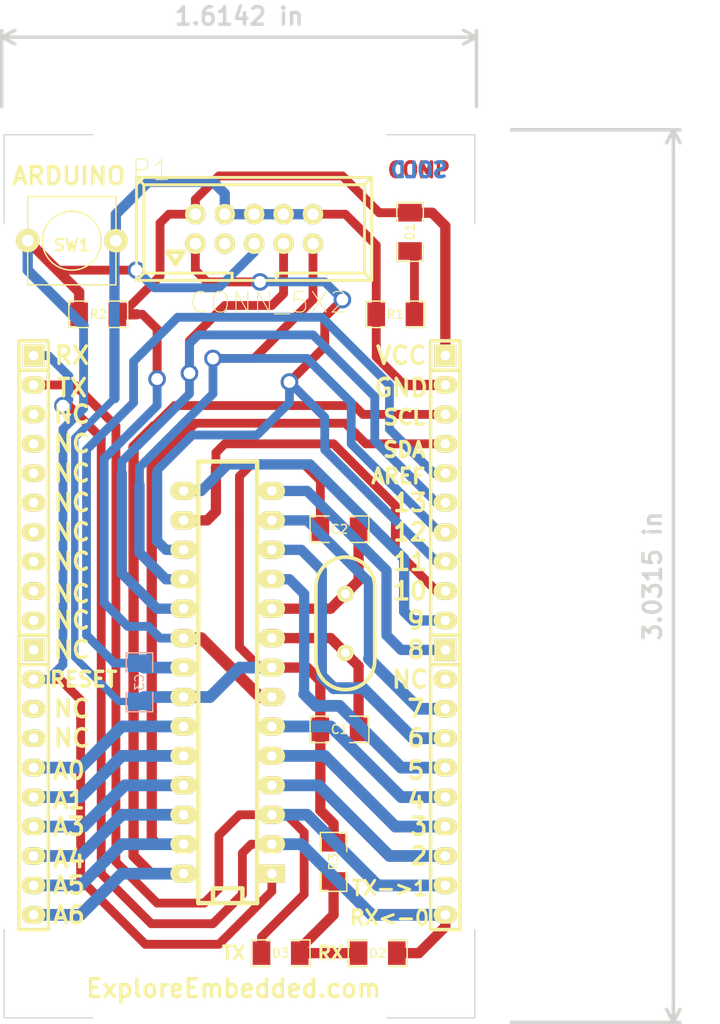
<source format=kicad_pcb>
(kicad_pcb (version 3) (host pcbnew "(2013-07-07 BZR 4022)-stable")

  (general
    (links 59)
    (no_connects 0)
    (area 29.159999 58.369999 71.10476 134.670001)
    (thickness 1.6)
    (drawings 56)
    (tracks 319)
    (zones 0)
    (modules 17)
    (nets 29)
  )

  (page A4)
  (layers
    (15 F.Cu signal)
    (0 B.Cu signal)
    (16 B.Adhes user)
    (17 F.Adhes user)
    (18 B.Paste user)
    (19 F.Paste user)
    (20 B.SilkS user)
    (21 F.SilkS user)
    (22 B.Mask user)
    (23 F.Mask user)
    (24 Dwgs.User user)
    (25 Cmts.User user)
    (26 Eco1.User user)
    (27 Eco2.User user)
    (28 Edge.Cuts user)
  )

  (setup
    (last_trace_width 0.254)
    (user_trace_width 0.508)
    (user_trace_width 0.635)
    (user_trace_width 0.762)
    (user_trace_width 0.889)
    (user_trace_width 1.016)
    (user_trace_width 1.143)
    (user_trace_width 1.27)
    (trace_clearance 0.254)
    (zone_clearance 0.508)
    (zone_45_only no)
    (trace_min 0.254)
    (segment_width 0.2)
    (edge_width 0.1)
    (via_size 0.889)
    (via_drill 0.635)
    (via_min_size 0.889)
    (via_min_drill 0.508)
    (user_via 1.524 1.016)
    (uvia_size 0.508)
    (uvia_drill 0.127)
    (uvias_allowed no)
    (uvia_min_size 0.508)
    (uvia_min_drill 0.127)
    (pcb_text_width 0.3)
    (pcb_text_size 1.5 1.5)
    (mod_edge_width 0.15)
    (mod_text_size 1 1)
    (mod_text_width 0.15)
    (pad_size 1.778 1.778)
    (pad_drill 0.99822)
    (pad_to_mask_clearance 0)
    (aux_axis_origin 0 0)
    (visible_elements 7FFFFFFF)
    (pcbplotparams
      (layerselection 3178497)
      (usegerberextensions true)
      (excludeedgelayer true)
      (linewidth 0.150000)
      (plotframeref false)
      (viasonmask false)
      (mode 1)
      (useauxorigin false)
      (hpglpennumber 1)
      (hpglpenspeed 20)
      (hpglpendiameter 15)
      (hpglpenoverlay 2)
      (psnegative false)
      (psa4output false)
      (plotreference true)
      (plotvalue true)
      (plotothertext true)
      (plotinvisibletext false)
      (padsonsilk false)
      (subtractmaskfromsilk false)
      (outputformat 1)
      (mirror false)
      (drillshape 0)
      (scaleselection 1)
      (outputdirectory ""))
  )

  (net 0 "")
  (net 1 /10)
  (net 2 /11)
  (net 3 /12)
  (net 4 /13)
  (net 5 /2)
  (net 6 /3)
  (net 7 /4)
  (net 8 /5)
  (net 9 /6)
  (net 10 /7)
  (net 11 /8)
  (net 12 /9)
  (net 13 /A0)
  (net 14 /A1)
  (net 15 /A2)
  (net 16 /A3)
  (net 17 /AREF)
  (net 18 /RESET)
  (net 19 /RX)
  (net 20 /SCL)
  (net 21 /SDA)
  (net 22 /TX)
  (net 23 /VCC)
  (net 24 GND)
  (net 25 N-0000018)
  (net 26 N-0000032)
  (net 27 N-0000033)
  (net 28 N-0000034)

  (net_class Default "This is the default net class."
    (clearance 0.254)
    (trace_width 0.254)
    (via_dia 0.889)
    (via_drill 0.635)
    (uvia_dia 0.508)
    (uvia_drill 0.127)
    (add_net "")
    (add_net /10)
    (add_net /11)
    (add_net /12)
    (add_net /13)
    (add_net /2)
    (add_net /3)
    (add_net /4)
    (add_net /5)
    (add_net /6)
    (add_net /7)
    (add_net /8)
    (add_net /9)
    (add_net /A0)
    (add_net /A1)
    (add_net /A2)
    (add_net /A3)
    (add_net /AREF)
    (add_net /RESET)
    (add_net /RX)
    (add_net /SCL)
    (add_net /SDA)
    (add_net /TX)
    (add_net /VCC)
    (add_net GND)
    (add_net N-0000018)
    (add_net N-0000032)
    (add_net N-0000033)
    (add_net N-0000034)
  )

  (module SIL-10 (layer F.Cu) (tedit 5543201C) (tstamp 55093B3F)
    (at 31.75 88.9 270)
    (descr "Connecteur 10 pins")
    (tags "CONN DEV")
    (path /55093011)
    (fp_text reference P2 (at -6.35 -2.54 270) (layer F.SilkS) hide
      (effects (font (size 1.72974 1.08712) (thickness 0.27178)))
    )
    (fp_text value CONN_10 (at 6.35 -2.54 270) (layer F.SilkS) hide
      (effects (font (size 1.524 1.016) (thickness 0.254)))
    )
    (fp_line (start -12.7 1.27) (end -12.7 -1.27) (layer F.SilkS) (width 0.3048))
    (fp_line (start -12.7 -1.27) (end 12.7 -1.27) (layer F.SilkS) (width 0.3048))
    (fp_line (start 12.7 -1.27) (end 12.7 1.27) (layer F.SilkS) (width 0.3048))
    (fp_line (start 12.7 1.27) (end -12.7 1.27) (layer F.SilkS) (width 0.3048))
    (fp_line (start -10.16 1.27) (end -10.16 -1.27) (layer F.SilkS) (width 0.3048))
    (pad 1 thru_hole rect (at -11.43 0 270) (size 1.905 1.905) (drill 0.8128)
      (layers *.Cu *.Mask F.SilkS)
      (net 19 /RX)
    )
    (pad 2 thru_hole oval (at -8.89 0 270) (size 1.524 2.032) (drill 0.8128)
      (layers *.Cu *.Mask F.SilkS)
      (net 22 /TX)
    )
    (pad 3 thru_hole oval (at -6.35 0 270) (size 1.524 2.032) (drill 0.8128)
      (layers *.Cu *.Mask F.SilkS)
    )
    (pad 4 thru_hole oval (at -3.81 0 270) (size 1.524 2.032) (drill 0.8128)
      (layers *.Cu *.Mask F.SilkS)
    )
    (pad 5 thru_hole oval (at -1.27 0 270) (size 1.524 2.032) (drill 0.8128)
      (layers *.Cu *.Mask F.SilkS)
    )
    (pad 6 thru_hole oval (at 1.27 0 270) (size 1.524 2.032) (drill 0.8128)
      (layers *.Cu *.Mask F.SilkS)
    )
    (pad 7 thru_hole oval (at 3.81 0 270) (size 1.524 2.032) (drill 0.8128)
      (layers *.Cu *.Mask F.SilkS)
    )
    (pad 8 thru_hole oval (at 6.35 0 270) (size 1.524 2.032) (drill 0.8128)
      (layers *.Cu *.Mask F.SilkS)
    )
    (pad 9 thru_hole oval (at 8.89 0 270) (size 1.524 2.032) (drill 0.8128)
      (layers *.Cu *.Mask F.SilkS)
    )
    (pad 10 thru_hole oval (at 11.43 0 270) (size 1.524 2.032) (drill 0.8128)
      (layers *.Cu *.Mask F.SilkS)
    )
  )

  (module SIL-10 (layer F.Cu) (tedit 5543200B) (tstamp 55093B52)
    (at 31.75 114.3 270)
    (descr "Connecteur 10 pins")
    (tags "CONN DEV")
    (path /55093017)
    (fp_text reference P3 (at -6.35 -2.54 270) (layer F.SilkS) hide
      (effects (font (size 1.72974 1.08712) (thickness 0.27178)))
    )
    (fp_text value CONN_10 (at 6.35 -2.54 270) (layer F.SilkS) hide
      (effects (font (size 1.524 1.016) (thickness 0.254)))
    )
    (fp_line (start -12.7 1.27) (end -12.7 -1.27) (layer F.SilkS) (width 0.3048))
    (fp_line (start -12.7 -1.27) (end 12.7 -1.27) (layer F.SilkS) (width 0.3048))
    (fp_line (start 12.7 -1.27) (end 12.7 1.27) (layer F.SilkS) (width 0.3048))
    (fp_line (start 12.7 1.27) (end -12.7 1.27) (layer F.SilkS) (width 0.3048))
    (fp_line (start -10.16 1.27) (end -10.16 -1.27) (layer F.SilkS) (width 0.3048))
    (pad 1 thru_hole rect (at -11.43 0 270) (size 1.905 1.905) (drill 0.8128)
      (layers *.Cu *.Mask F.SilkS)
    )
    (pad 2 thru_hole oval (at -8.89 0 270) (size 1.524 2.032) (drill 0.8128)
      (layers *.Cu *.Mask F.SilkS)
      (net 18 /RESET)
    )
    (pad 3 thru_hole oval (at -6.35 0 270) (size 1.524 2.032) (drill 0.8128)
      (layers *.Cu *.Mask F.SilkS)
    )
    (pad 4 thru_hole oval (at -3.81 0 270) (size 1.524 2.032) (drill 0.8128)
      (layers *.Cu *.Mask F.SilkS)
    )
    (pad 5 thru_hole oval (at -1.27 0 270) (size 1.524 2.032) (drill 0.8128)
      (layers *.Cu *.Mask F.SilkS)
      (net 13 /A0)
    )
    (pad 6 thru_hole oval (at 1.27 0 270) (size 1.524 2.032) (drill 0.8128)
      (layers *.Cu *.Mask F.SilkS)
      (net 14 /A1)
    )
    (pad 7 thru_hole oval (at 3.81 0 270) (size 1.524 2.032) (drill 0.8128)
      (layers *.Cu *.Mask F.SilkS)
      (net 15 /A2)
    )
    (pad 8 thru_hole oval (at 6.35 0 270) (size 1.524 2.032) (drill 0.8128)
      (layers *.Cu *.Mask F.SilkS)
      (net 16 /A3)
    )
    (pad 9 thru_hole oval (at 8.89 0 270) (size 1.524 2.032) (drill 0.8128)
      (layers *.Cu *.Mask F.SilkS)
      (net 21 /SDA)
    )
    (pad 10 thru_hole oval (at 11.43 0 270) (size 1.524 2.032) (drill 0.8128)
      (layers *.Cu *.Mask F.SilkS)
      (net 20 /SCL)
    )
  )

  (module SIL-10 (layer F.Cu) (tedit 55431FF4) (tstamp 55093B65)
    (at 67.31 114.3 270)
    (descr "Connecteur 10 pins")
    (tags "CONN DEV")
    (path /5509300B)
    (fp_text reference P5 (at -6.35 -2.54 270) (layer F.SilkS) hide
      (effects (font (size 1.72974 1.08712) (thickness 0.27178)))
    )
    (fp_text value CONN_10 (at 6.35 -2.54 270) (layer F.SilkS) hide
      (effects (font (size 1.524 1.016) (thickness 0.254)))
    )
    (fp_line (start -12.7 1.27) (end -12.7 -1.27) (layer F.SilkS) (width 0.3048))
    (fp_line (start -12.7 -1.27) (end 12.7 -1.27) (layer F.SilkS) (width 0.3048))
    (fp_line (start 12.7 -1.27) (end 12.7 1.27) (layer F.SilkS) (width 0.3048))
    (fp_line (start 12.7 1.27) (end -12.7 1.27) (layer F.SilkS) (width 0.3048))
    (fp_line (start -10.16 1.27) (end -10.16 -1.27) (layer F.SilkS) (width 0.3048))
    (pad 1 thru_hole rect (at -11.43 0 270) (size 1.905 1.905) (drill 0.8128)
      (layers *.Cu *.Mask F.SilkS)
      (net 11 /8)
    )
    (pad 2 thru_hole oval (at -8.89 0 270) (size 1.524 2.032) (drill 0.8128)
      (layers *.Cu *.Mask F.SilkS)
    )
    (pad 3 thru_hole oval (at -6.35 0 270) (size 1.524 2.032) (drill 0.8128)
      (layers *.Cu *.Mask F.SilkS)
      (net 10 /7)
    )
    (pad 4 thru_hole oval (at -3.81 0 270) (size 1.524 2.032) (drill 0.8128)
      (layers *.Cu *.Mask F.SilkS)
      (net 9 /6)
    )
    (pad 5 thru_hole oval (at -1.27 0 270) (size 1.524 2.032) (drill 0.8128)
      (layers *.Cu *.Mask F.SilkS)
      (net 8 /5)
    )
    (pad 6 thru_hole oval (at 1.27 0 270) (size 1.524 2.032) (drill 0.8128)
      (layers *.Cu *.Mask F.SilkS)
      (net 7 /4)
    )
    (pad 7 thru_hole oval (at 3.81 0 270) (size 1.524 2.032) (drill 0.8128)
      (layers *.Cu *.Mask F.SilkS)
      (net 6 /3)
    )
    (pad 8 thru_hole oval (at 6.35 0 270) (size 1.524 2.032) (drill 0.8128)
      (layers *.Cu *.Mask F.SilkS)
      (net 5 /2)
    )
    (pad 9 thru_hole oval (at 8.89 0 270) (size 1.524 2.032) (drill 0.8128)
      (layers *.Cu *.Mask F.SilkS)
      (net 22 /TX)
    )
    (pad 10 thru_hole oval (at 11.43 0 270) (size 1.524 2.032) (drill 0.8128)
      (layers *.Cu *.Mask F.SilkS)
      (net 19 /RX)
    )
  )

  (module SIL-10 (layer F.Cu) (tedit 55431FE9) (tstamp 55093B2C)
    (at 67.31 88.9 270)
    (descr "Connecteur 10 pins")
    (tags "CONN DEV")
    (path /55092FFE)
    (fp_text reference P4 (at -6.35 -2.54 270) (layer F.SilkS) hide
      (effects (font (size 1.72974 1.08712) (thickness 0.27178)))
    )
    (fp_text value CONN_10 (at 6.35 -2.54 270) (layer F.SilkS) hide
      (effects (font (size 1.524 1.016) (thickness 0.254)))
    )
    (fp_line (start -12.7 1.27) (end -12.7 -1.27) (layer F.SilkS) (width 0.3048))
    (fp_line (start -12.7 -1.27) (end 12.7 -1.27) (layer F.SilkS) (width 0.3048))
    (fp_line (start 12.7 -1.27) (end 12.7 1.27) (layer F.SilkS) (width 0.3048))
    (fp_line (start 12.7 1.27) (end -12.7 1.27) (layer F.SilkS) (width 0.3048))
    (fp_line (start -10.16 1.27) (end -10.16 -1.27) (layer F.SilkS) (width 0.3048))
    (pad 1 thru_hole rect (at -11.43 0 270) (size 1.905 1.905) (drill 0.8128)
      (layers *.Cu *.Mask F.SilkS)
      (net 23 /VCC)
    )
    (pad 2 thru_hole oval (at -8.89 0 270) (size 1.524 2.032) (drill 0.8128)
      (layers *.Cu *.Mask F.SilkS)
      (net 24 GND)
    )
    (pad 3 thru_hole oval (at -6.35 0 270) (size 1.524 2.032) (drill 0.8128)
      (layers *.Cu *.Mask F.SilkS)
      (net 20 /SCL)
    )
    (pad 4 thru_hole oval (at -3.81 0 270) (size 1.524 2.032) (drill 0.8128)
      (layers *.Cu *.Mask F.SilkS)
      (net 21 /SDA)
    )
    (pad 5 thru_hole oval (at -1.27 0 270) (size 1.524 2.032) (drill 0.8128)
      (layers *.Cu *.Mask F.SilkS)
      (net 17 /AREF)
    )
    (pad 6 thru_hole oval (at 1.27 0 270) (size 1.524 2.032) (drill 0.8128)
      (layers *.Cu *.Mask F.SilkS)
      (net 4 /13)
    )
    (pad 7 thru_hole oval (at 3.81 0 270) (size 1.524 2.032) (drill 0.8128)
      (layers *.Cu *.Mask F.SilkS)
      (net 3 /12)
    )
    (pad 8 thru_hole oval (at 6.35 0 270) (size 1.524 2.032) (drill 0.8128)
      (layers *.Cu *.Mask F.SilkS)
      (net 2 /11)
    )
    (pad 9 thru_hole oval (at 8.89 0 270) (size 1.524 2.032) (drill 0.8128)
      (layers *.Cu *.Mask F.SilkS)
      (net 1 /10)
    )
    (pad 10 thru_hole oval (at 11.43 0 270) (size 1.524 2.032) (drill 0.8128)
      (layers *.Cu *.Mask F.SilkS)
      (net 12 /9)
    )
  )

  (module SW_PB_2pin_xl (layer F.Cu) (tedit 55431C33) (tstamp 55093AC2)
    (at 35.052 67.564)
    (path /55092C46)
    (fp_text reference SW1 (at 0 0.381) (layer F.SilkS)
      (effects (font (size 1.016 1.016) (thickness 0.2032)))
    )
    (fp_text value SPST (at -1.00076 1.00076) (layer F.SilkS) hide
      (effects (font (size 1.016 1.016) (thickness 0.2032)))
    )
    (fp_circle (center 0 0) (end 0 -2.54) (layer F.SilkS) (width 0.127))
    (fp_line (start -3.81 -3.81) (end 3.81 -3.81) (layer F.SilkS) (width 0.127))
    (fp_line (start 3.81 -3.81) (end 3.81 3.81) (layer F.SilkS) (width 0.127))
    (fp_line (start 3.81 3.81) (end -3.81 3.81) (layer F.SilkS) (width 0.127))
    (fp_line (start -3.81 -3.81) (end -3.81 3.81) (layer F.SilkS) (width 0.127))
    (pad 1 thru_hole circle (at -3.81 -0.01016) (size 2.032 2.032) (drill 1.016)
      (layers *.Cu *.Mask F.SilkS)
      (net 18 /RESET)
    )
    (pad 2 thru_hole circle (at 3.79984 0) (size 2.032 2.032) (drill 1.016)
      (layers *.Cu *.Mask F.SilkS)
      (net 24 GND)
    )
  )

  (module SM1206 (layer F.Cu) (tedit 42806E24) (tstamp 55093ACE)
    (at 62.992 73.914 180)
    (path /55092C20)
    (attr smd)
    (fp_text reference R1 (at 0 0 180) (layer F.SilkS)
      (effects (font (size 0.762 0.762) (thickness 0.127)))
    )
    (fp_text value 1k (at 0 0 180) (layer F.SilkS) hide
      (effects (font (size 0.762 0.762) (thickness 0.127)))
    )
    (fp_line (start -2.54 -1.143) (end -2.54 1.143) (layer F.SilkS) (width 0.127))
    (fp_line (start -2.54 1.143) (end -0.889 1.143) (layer F.SilkS) (width 0.127))
    (fp_line (start 0.889 -1.143) (end 2.54 -1.143) (layer F.SilkS) (width 0.127))
    (fp_line (start 2.54 -1.143) (end 2.54 1.143) (layer F.SilkS) (width 0.127))
    (fp_line (start 2.54 1.143) (end 0.889 1.143) (layer F.SilkS) (width 0.127))
    (fp_line (start -0.889 -1.143) (end -2.54 -1.143) (layer F.SilkS) (width 0.127))
    (pad 1 smd rect (at -1.651 0 180) (size 1.524 2.032)
      (layers F.Cu F.Paste F.Mask)
      (net 26 N-0000032)
    )
    (pad 2 smd rect (at 1.651 0 180) (size 1.524 2.032)
      (layers F.Cu F.Paste F.Mask)
      (net 24 GND)
    )
    (model smd/chip_cms.wrl
      (at (xyz 0 0 0))
      (scale (xyz 0.17 0.16 0.16))
      (rotate (xyz 0 0 0))
    )
  )

  (module SM1206 (layer F.Cu) (tedit 42806E24) (tstamp 55093ADA)
    (at 64.262 66.802 270)
    (path /55092C26)
    (attr smd)
    (fp_text reference D1 (at 0 0 270) (layer F.SilkS)
      (effects (font (size 0.762 0.762) (thickness 0.127)))
    )
    (fp_text value LED (at 0 0 270) (layer F.SilkS) hide
      (effects (font (size 0.762 0.762) (thickness 0.127)))
    )
    (fp_line (start -2.54 -1.143) (end -2.54 1.143) (layer F.SilkS) (width 0.127))
    (fp_line (start -2.54 1.143) (end -0.889 1.143) (layer F.SilkS) (width 0.127))
    (fp_line (start 0.889 -1.143) (end 2.54 -1.143) (layer F.SilkS) (width 0.127))
    (fp_line (start 2.54 -1.143) (end 2.54 1.143) (layer F.SilkS) (width 0.127))
    (fp_line (start 2.54 1.143) (end 0.889 1.143) (layer F.SilkS) (width 0.127))
    (fp_line (start -0.889 -1.143) (end -2.54 -1.143) (layer F.SilkS) (width 0.127))
    (pad 1 smd rect (at -1.651 0 270) (size 1.524 2.032)
      (layers F.Cu F.Paste F.Mask)
      (net 23 /VCC)
    )
    (pad 2 smd rect (at 1.651 0 270) (size 1.524 2.032)
      (layers F.Cu F.Paste F.Mask)
      (net 26 N-0000032)
    )
    (model smd/chip_cms.wrl
      (at (xyz 0 0 0))
      (scale (xyz 0.17 0.16 0.16))
      (rotate (xyz 0 0 0))
    )
  )

  (module SM1206 (layer F.Cu) (tedit 42806E24) (tstamp 55093AE6)
    (at 37.338 73.914 180)
    (path /55092C52)
    (attr smd)
    (fp_text reference R2 (at 0 0 180) (layer F.SilkS)
      (effects (font (size 0.762 0.762) (thickness 0.127)))
    )
    (fp_text value 10k (at 0 0 180) (layer F.SilkS) hide
      (effects (font (size 0.762 0.762) (thickness 0.127)))
    )
    (fp_line (start -2.54 -1.143) (end -2.54 1.143) (layer F.SilkS) (width 0.127))
    (fp_line (start -2.54 1.143) (end -0.889 1.143) (layer F.SilkS) (width 0.127))
    (fp_line (start 0.889 -1.143) (end 2.54 -1.143) (layer F.SilkS) (width 0.127))
    (fp_line (start 2.54 -1.143) (end 2.54 1.143) (layer F.SilkS) (width 0.127))
    (fp_line (start 2.54 1.143) (end 0.889 1.143) (layer F.SilkS) (width 0.127))
    (fp_line (start -0.889 -1.143) (end -2.54 -1.143) (layer F.SilkS) (width 0.127))
    (pad 1 smd rect (at -1.651 0 180) (size 1.524 2.032)
      (layers F.Cu F.Paste F.Mask)
      (net 23 /VCC)
    )
    (pad 2 smd rect (at 1.651 0 180) (size 1.524 2.032)
      (layers F.Cu F.Paste F.Mask)
      (net 18 /RESET)
    )
    (model smd/chip_cms.wrl
      (at (xyz 0 0 0))
      (scale (xyz 0.17 0.16 0.16))
      (rotate (xyz 0 0 0))
    )
  )

  (module SM1206 (layer F.Cu) (tedit 42806E24) (tstamp 55093AF2)
    (at 58.166 92.456)
    (path /55092C64)
    (attr smd)
    (fp_text reference C2 (at 0 0) (layer F.SilkS)
      (effects (font (size 0.762 0.762) (thickness 0.127)))
    )
    (fp_text value 22pF (at 0 0) (layer F.SilkS) hide
      (effects (font (size 0.762 0.762) (thickness 0.127)))
    )
    (fp_line (start -2.54 -1.143) (end -2.54 1.143) (layer F.SilkS) (width 0.127))
    (fp_line (start -2.54 1.143) (end -0.889 1.143) (layer F.SilkS) (width 0.127))
    (fp_line (start 0.889 -1.143) (end 2.54 -1.143) (layer F.SilkS) (width 0.127))
    (fp_line (start 2.54 -1.143) (end 2.54 1.143) (layer F.SilkS) (width 0.127))
    (fp_line (start 2.54 1.143) (end 0.889 1.143) (layer F.SilkS) (width 0.127))
    (fp_line (start -0.889 -1.143) (end -2.54 -1.143) (layer F.SilkS) (width 0.127))
    (pad 1 smd rect (at -1.651 0) (size 1.524 2.032)
      (layers F.Cu F.Paste F.Mask)
      (net 24 GND)
    )
    (pad 2 smd rect (at 1.651 0) (size 1.524 2.032)
      (layers F.Cu F.Paste F.Mask)
      (net 27 N-0000033)
    )
    (model smd/chip_cms.wrl
      (at (xyz 0 0 0))
      (scale (xyz 0.17 0.16 0.16))
      (rotate (xyz 0 0 0))
    )
  )

  (module SM1206 (layer F.Cu) (tedit 42806E24) (tstamp 55093AFE)
    (at 58.166 109.728)
    (path /55092C6A)
    (attr smd)
    (fp_text reference C1 (at 0 0) (layer F.SilkS)
      (effects (font (size 0.762 0.762) (thickness 0.127)))
    )
    (fp_text value 22pF (at 0 0) (layer F.SilkS) hide
      (effects (font (size 0.762 0.762) (thickness 0.127)))
    )
    (fp_line (start -2.54 -1.143) (end -2.54 1.143) (layer F.SilkS) (width 0.127))
    (fp_line (start -2.54 1.143) (end -0.889 1.143) (layer F.SilkS) (width 0.127))
    (fp_line (start 0.889 -1.143) (end 2.54 -1.143) (layer F.SilkS) (width 0.127))
    (fp_line (start 2.54 -1.143) (end 2.54 1.143) (layer F.SilkS) (width 0.127))
    (fp_line (start 2.54 1.143) (end 0.889 1.143) (layer F.SilkS) (width 0.127))
    (fp_line (start -0.889 -1.143) (end -2.54 -1.143) (layer F.SilkS) (width 0.127))
    (pad 1 smd rect (at -1.651 0) (size 1.524 2.032)
      (layers F.Cu F.Paste F.Mask)
      (net 24 GND)
    )
    (pad 2 smd rect (at 1.651 0) (size 1.524 2.032)
      (layers F.Cu F.Paste F.Mask)
      (net 28 N-0000034)
    )
    (model smd/chip_cms.wrl
      (at (xyz 0 0 0))
      (scale (xyz 0.17 0.16 0.16))
      (rotate (xyz 0 0 0))
    )
  )

  (module SM1206 (layer B.Cu) (tedit 42806E24) (tstamp 55093B0A)
    (at 40.894 105.664 90)
    (path /55092CAB)
    (attr smd)
    (fp_text reference C3 (at 0 0 90) (layer B.SilkS)
      (effects (font (size 0.762 0.762) (thickness 0.127)) (justify mirror))
    )
    (fp_text value 100nF (at 0 0 90) (layer B.SilkS) hide
      (effects (font (size 0.762 0.762) (thickness 0.127)) (justify mirror))
    )
    (fp_line (start -2.54 1.143) (end -2.54 -1.143) (layer B.SilkS) (width 0.127))
    (fp_line (start -2.54 -1.143) (end -0.889 -1.143) (layer B.SilkS) (width 0.127))
    (fp_line (start 0.889 1.143) (end 2.54 1.143) (layer B.SilkS) (width 0.127))
    (fp_line (start 2.54 1.143) (end 2.54 -1.143) (layer B.SilkS) (width 0.127))
    (fp_line (start 2.54 -1.143) (end 0.889 -1.143) (layer B.SilkS) (width 0.127))
    (fp_line (start -0.889 1.143) (end -2.54 1.143) (layer B.SilkS) (width 0.127))
    (pad 1 smd rect (at -1.651 0 90) (size 1.524 2.032)
      (layers B.Cu B.Paste B.Mask)
      (net 24 GND)
    )
    (pad 2 smd rect (at 1.651 0 90) (size 1.524 2.032)
      (layers B.Cu B.Paste B.Mask)
      (net 17 /AREF)
    )
    (model smd/chip_cms.wrl
      (at (xyz 0 0 0))
      (scale (xyz 0.17 0.16 0.16))
      (rotate (xyz 0 0 0))
    )
  )

  (module HC-49V (layer F.Cu) (tedit 55432033) (tstamp 55093B71)
    (at 58.674 100.584 270)
    (descr "Quartz boitier HC-49 Vertical")
    (tags "QUARTZ DEV")
    (path /55092C70)
    (autoplace_cost180 10)
    (fp_text reference X1 (at 0 -3.81 270) (layer F.SilkS) hide
      (effects (font (size 1.524 1.524) (thickness 0.3048)))
    )
    (fp_text value CRYSTAL (at 0 3.81 270) (layer F.SilkS) hide
      (effects (font (size 1.524 1.524) (thickness 0.3048)))
    )
    (fp_line (start -3.175 2.54) (end 3.175 2.54) (layer F.SilkS) (width 0.3175))
    (fp_line (start -3.175 -2.54) (end 3.175 -2.54) (layer F.SilkS) (width 0.3175))
    (fp_arc (start 3.175 0) (end 3.175 -2.54) (angle 90) (layer F.SilkS) (width 0.3175))
    (fp_arc (start 3.175 0) (end 5.715 0) (angle 90) (layer F.SilkS) (width 0.3175))
    (fp_arc (start -3.175 0) (end -5.715 0) (angle 90) (layer F.SilkS) (width 0.3175))
    (fp_arc (start -3.175 0) (end -3.175 2.54) (angle 90) (layer F.SilkS) (width 0.3175))
    (pad 1 thru_hole circle (at -2.54 0 270) (size 1.4224 1.4224) (drill 0.762)
      (layers *.Cu *.Mask F.SilkS)
      (net 27 N-0000033)
    )
    (pad 2 thru_hole circle (at 2.54 0 270) (size 1.4224 1.4224) (drill 0.762)
      (layers *.Cu *.Mask F.SilkS)
      (net 28 N-0000034)
    )
    (model discret/xtal/crystal_hc18u_vertical.wrl
      (at (xyz 0 0 0))
      (scale (xyz 1 1 0.2))
      (rotate (xyz 0 0 0))
    )
  )

  (module DIP-28__300_ELL (layer F.Cu) (tedit 55432014) (tstamp 55093B98)
    (at 48.514 105.664 90)
    (descr "28 pins DIL package, elliptical pads, width 300mil")
    (tags DIL)
    (path /55092C76)
    (fp_text reference IC1 (at -11.43 0 90) (layer F.SilkS) hide
      (effects (font (size 1.524 1.143) (thickness 0.28575)))
    )
    (fp_text value ATMEGA8-P (at 6.985 0 90) (layer F.SilkS) hide
      (effects (font (size 1.524 1.143) (thickness 0.28575)))
    )
    (fp_line (start -19.05 -2.54) (end 19.05 -2.54) (layer F.SilkS) (width 0.381))
    (fp_line (start 19.05 -2.54) (end 19.05 2.54) (layer F.SilkS) (width 0.381))
    (fp_line (start 19.05 2.54) (end -19.05 2.54) (layer F.SilkS) (width 0.381))
    (fp_line (start -19.05 2.54) (end -19.05 -2.54) (layer F.SilkS) (width 0.381))
    (fp_line (start -19.05 -1.27) (end -17.78 -1.27) (layer F.SilkS) (width 0.381))
    (fp_line (start -17.78 -1.27) (end -17.78 1.27) (layer F.SilkS) (width 0.381))
    (fp_line (start -17.78 1.27) (end -19.05 1.27) (layer F.SilkS) (width 0.381))
    (pad 2 thru_hole oval (at -13.97 3.81 90) (size 1.5748 2.286) (drill 0.8128)
      (layers *.Cu *.Mask F.SilkS)
      (net 19 /RX)
    )
    (pad 3 thru_hole oval (at -11.43 3.81 90) (size 1.5748 2.286) (drill 0.8128)
      (layers *.Cu *.Mask F.SilkS)
      (net 22 /TX)
    )
    (pad 4 thru_hole oval (at -8.89 3.81 90) (size 1.5748 2.286) (drill 0.8128)
      (layers *.Cu *.Mask F.SilkS)
      (net 5 /2)
    )
    (pad 5 thru_hole oval (at -6.35 3.81 90) (size 1.5748 2.286) (drill 0.8128)
      (layers *.Cu *.Mask F.SilkS)
      (net 6 /3)
    )
    (pad 6 thru_hole oval (at -3.81 3.81 90) (size 1.5748 2.286) (drill 0.8128)
      (layers *.Cu *.Mask F.SilkS)
      (net 7 /4)
    )
    (pad 7 thru_hole oval (at -1.27 3.81 90) (size 1.5748 2.286) (drill 0.8128)
      (layers *.Cu *.Mask F.SilkS)
      (net 23 /VCC)
    )
    (pad 8 thru_hole oval (at 1.27 3.81 90) (size 1.5748 2.286) (drill 0.8128)
      (layers *.Cu *.Mask F.SilkS)
      (net 24 GND)
    )
    (pad 9 thru_hole oval (at 3.81 3.81 90) (size 1.5748 2.286) (drill 0.8128)
      (layers *.Cu *.Mask F.SilkS)
      (net 28 N-0000034)
    )
    (pad 10 thru_hole oval (at 6.35 3.81 90) (size 1.5748 2.286) (drill 0.8128)
      (layers *.Cu *.Mask F.SilkS)
      (net 27 N-0000033)
    )
    (pad 11 thru_hole oval (at 8.89 3.81 90) (size 1.5748 2.286) (drill 0.8128)
      (layers *.Cu *.Mask F.SilkS)
      (net 8 /5)
    )
    (pad 12 thru_hole oval (at 11.43 3.81 90) (size 1.5748 2.286) (drill 0.8128)
      (layers *.Cu *.Mask F.SilkS)
      (net 9 /6)
    )
    (pad 13 thru_hole oval (at 13.97 3.81 90) (size 1.5748 2.286) (drill 0.8128)
      (layers *.Cu *.Mask F.SilkS)
      (net 10 /7)
    )
    (pad 14 thru_hole oval (at 16.51 3.81 90) (size 1.5748 2.286) (drill 0.8128)
      (layers *.Cu *.Mask F.SilkS)
      (net 11 /8)
    )
    (pad 1 thru_hole rect (at -16.51 3.81 90) (size 1.5748 2.286) (drill 0.8128)
      (layers *.Cu *.Mask F.SilkS)
      (net 18 /RESET)
    )
    (pad 15 thru_hole oval (at 16.51 -3.81 90) (size 1.5748 2.286) (drill 0.8128)
      (layers *.Cu *.Mask F.SilkS)
      (net 12 /9)
    )
    (pad 16 thru_hole oval (at 13.97 -3.81 90) (size 1.5748 2.286) (drill 0.8128)
      (layers *.Cu *.Mask F.SilkS)
      (net 1 /10)
    )
    (pad 17 thru_hole oval (at 11.43 -3.81 90) (size 1.5748 2.286) (drill 0.8128)
      (layers *.Cu *.Mask F.SilkS)
      (net 2 /11)
    )
    (pad 18 thru_hole oval (at 8.89 -3.81 90) (size 1.5748 2.286) (drill 0.8128)
      (layers *.Cu *.Mask F.SilkS)
      (net 3 /12)
    )
    (pad 19 thru_hole oval (at 6.35 -3.81 90) (size 1.5748 2.286) (drill 0.8128)
      (layers *.Cu *.Mask F.SilkS)
      (net 4 /13)
    )
    (pad 20 thru_hole oval (at 3.81 -3.81 90) (size 1.5748 2.286) (drill 0.8128)
      (layers *.Cu *.Mask F.SilkS)
      (net 23 /VCC)
    )
    (pad 21 thru_hole oval (at 1.27 -3.81 90) (size 1.5748 2.286) (drill 0.8128)
      (layers *.Cu *.Mask F.SilkS)
      (net 17 /AREF)
    )
    (pad 22 thru_hole oval (at -1.27 -3.81 90) (size 1.5748 2.286) (drill 0.8128)
      (layers *.Cu *.Mask F.SilkS)
      (net 24 GND)
    )
    (pad 23 thru_hole oval (at -3.81 -3.81 90) (size 1.5748 2.286) (drill 0.8128)
      (layers *.Cu *.Mask F.SilkS)
      (net 13 /A0)
    )
    (pad 24 thru_hole oval (at -6.35 -3.81 90) (size 1.5748 2.286) (drill 0.8128)
      (layers *.Cu *.Mask F.SilkS)
      (net 14 /A1)
    )
    (pad 25 thru_hole oval (at -8.89 -3.81 90) (size 1.5748 2.286) (drill 0.8128)
      (layers *.Cu *.Mask F.SilkS)
      (net 15 /A2)
    )
    (pad 26 thru_hole oval (at -11.43 -3.81 90) (size 1.5748 2.286) (drill 0.8128)
      (layers *.Cu *.Mask F.SilkS)
      (net 16 /A3)
    )
    (pad 27 thru_hole oval (at -13.97 -3.81 90) (size 1.5748 2.286) (drill 0.8128)
      (layers *.Cu *.Mask F.SilkS)
      (net 21 /SDA)
    )
    (pad 28 thru_hole oval (at -16.51 -3.81 90) (size 1.5748 2.286) (drill 0.8128)
      (layers *.Cu *.Mask F.SilkS)
      (net 20 /SCL)
    )
    (model dil/dil_28-w300.wrl
      (at (xyz 0 0 0))
      (scale (xyz 1 1 1))
      (rotate (xyz 0 0 0))
    )
  )

  (module SM1206 (layer F.Cu) (tedit 42806E24) (tstamp 55430FFC)
    (at 61.468 129.032 180)
    (path /55431014)
    (attr smd)
    (fp_text reference D2 (at 0 0 180) (layer F.SilkS)
      (effects (font (size 0.762 0.762) (thickness 0.127)))
    )
    (fp_text value LED (at 0 0 180) (layer F.SilkS) hide
      (effects (font (size 0.762 0.762) (thickness 0.127)))
    )
    (fp_line (start -2.54 -1.143) (end -2.54 1.143) (layer F.SilkS) (width 0.127))
    (fp_line (start -2.54 1.143) (end -0.889 1.143) (layer F.SilkS) (width 0.127))
    (fp_line (start 0.889 -1.143) (end 2.54 -1.143) (layer F.SilkS) (width 0.127))
    (fp_line (start 2.54 -1.143) (end 2.54 1.143) (layer F.SilkS) (width 0.127))
    (fp_line (start 2.54 1.143) (end 0.889 1.143) (layer F.SilkS) (width 0.127))
    (fp_line (start -0.889 -1.143) (end -2.54 -1.143) (layer F.SilkS) (width 0.127))
    (pad 1 smd rect (at -1.651 0 180) (size 1.524 2.032)
      (layers F.Cu F.Paste F.Mask)
      (net 19 /RX)
    )
    (pad 2 smd rect (at 1.651 0 180) (size 1.524 2.032)
      (layers F.Cu F.Paste F.Mask)
      (net 25 N-0000018)
    )
    (model smd/chip_cms.wrl
      (at (xyz 0 0 0))
      (scale (xyz 0.17 0.16 0.16))
      (rotate (xyz 0 0 0))
    )
  )

  (module SM1206 (layer F.Cu) (tedit 42806E24) (tstamp 55431008)
    (at 53.086 129.032)
    (path /5543101A)
    (attr smd)
    (fp_text reference D3 (at 0 0) (layer F.SilkS)
      (effects (font (size 0.762 0.762) (thickness 0.127)))
    )
    (fp_text value LED (at 0 0) (layer F.SilkS) hide
      (effects (font (size 0.762 0.762) (thickness 0.127)))
    )
    (fp_line (start -2.54 -1.143) (end -2.54 1.143) (layer F.SilkS) (width 0.127))
    (fp_line (start -2.54 1.143) (end -0.889 1.143) (layer F.SilkS) (width 0.127))
    (fp_line (start 0.889 -1.143) (end 2.54 -1.143) (layer F.SilkS) (width 0.127))
    (fp_line (start 2.54 -1.143) (end 2.54 1.143) (layer F.SilkS) (width 0.127))
    (fp_line (start 2.54 1.143) (end 0.889 1.143) (layer F.SilkS) (width 0.127))
    (fp_line (start -0.889 -1.143) (end -2.54 -1.143) (layer F.SilkS) (width 0.127))
    (pad 1 smd rect (at -1.651 0) (size 1.524 2.032)
      (layers F.Cu F.Paste F.Mask)
      (net 22 /TX)
    )
    (pad 2 smd rect (at 1.651 0) (size 1.524 2.032)
      (layers F.Cu F.Paste F.Mask)
      (net 25 N-0000018)
    )
    (model smd/chip_cms.wrl
      (at (xyz 0 0 0))
      (scale (xyz 0.17 0.16 0.16))
      (rotate (xyz 0 0 0))
    )
  )

  (module SM1206 (layer F.Cu) (tedit 42806E24) (tstamp 55431014)
    (at 57.658 121.158 90)
    (path /55431020)
    (attr smd)
    (fp_text reference R3 (at 0 0 90) (layer F.SilkS)
      (effects (font (size 0.762 0.762) (thickness 0.127)))
    )
    (fp_text value 1k (at 0 0 90) (layer F.SilkS) hide
      (effects (font (size 0.762 0.762) (thickness 0.127)))
    )
    (fp_line (start -2.54 -1.143) (end -2.54 1.143) (layer F.SilkS) (width 0.127))
    (fp_line (start -2.54 1.143) (end -0.889 1.143) (layer F.SilkS) (width 0.127))
    (fp_line (start 0.889 -1.143) (end 2.54 -1.143) (layer F.SilkS) (width 0.127))
    (fp_line (start 2.54 -1.143) (end 2.54 1.143) (layer F.SilkS) (width 0.127))
    (fp_line (start 2.54 1.143) (end 0.889 1.143) (layer F.SilkS) (width 0.127))
    (fp_line (start -0.889 -1.143) (end -2.54 -1.143) (layer F.SilkS) (width 0.127))
    (pad 1 smd rect (at -1.651 0 90) (size 1.524 2.032)
      (layers F.Cu F.Paste F.Mask)
      (net 25 N-0000018)
    )
    (pad 2 smd rect (at 1.651 0 90) (size 1.524 2.032)
      (layers F.Cu F.Paste F.Mask)
      (net 24 GND)
    )
    (model smd/chip_cms.wrl
      (at (xyz 0 0 0))
      (scale (xyz 0.17 0.16 0.16))
      (rotate (xyz 0 0 0))
    )
  )

  (module VASCH5x2 (layer F.Cu) (tedit 55471B31) (tstamp 55093B19)
    (at 50.8 66.548)
    (descr CONNECTOR)
    (tags CONNECTOR)
    (path /55471021)
    (attr virtual)
    (fp_text reference P1 (at -8.89 -5.08) (layer F.SilkS)
      (effects (font (size 1.778 1.778) (thickness 0.0889)))
    )
    (fp_text value CONN_5X2 (at 1.27 6.35) (layer F.SilkS)
      (effects (font (size 1.778 1.778) (thickness 0.0889)))
    )
    (fp_line (start -9.525 -3.81) (end -10.16 -4.445) (layer F.SilkS) (width 0.254))
    (fp_line (start -9.525 3.81) (end -10.16 4.445) (layer F.SilkS) (width 0.254))
    (fp_line (start 9.525 3.81) (end 10.16 4.445) (layer F.SilkS) (width 0.254))
    (fp_line (start 9.525 -3.81) (end 10.16 -4.445) (layer F.SilkS) (width 0.254))
    (fp_line (start 1.905 4.445) (end 1.905 3.81) (layer F.SilkS) (width 0.254))
    (fp_line (start 1.905 3.81) (end 9.525 3.81) (layer F.SilkS) (width 0.254))
    (fp_line (start 9.525 3.81) (end 9.525 -3.81) (layer F.SilkS) (width 0.254))
    (fp_line (start 9.525 -3.81) (end -9.525 -3.81) (layer F.SilkS) (width 0.254))
    (fp_line (start -9.525 -3.81) (end -9.525 3.81) (layer F.SilkS) (width 0.254))
    (fp_line (start -9.525 3.81) (end -1.905 3.81) (layer F.SilkS) (width 0.254))
    (fp_line (start -1.905 3.81) (end -1.905 4.445) (layer F.SilkS) (width 0.254))
    (fp_line (start -10.16 4.445) (end 10.16 4.445) (layer F.SilkS) (width 0.254))
    (fp_line (start 10.16 -4.445) (end -10.16 -4.445) (layer F.SilkS) (width 0.254))
    (fp_line (start -10.16 -4.445) (end -10.16 4.445) (layer F.SilkS) (width 0.254))
    (fp_line (start 10.16 -4.445) (end 10.16 4.445) (layer F.SilkS) (width 0.254))
    (fp_line (start -7.49808 1.9685) (end -6.79958 3.03784) (layer F.SilkS) (width 0.4064))
    (fp_line (start -6.79958 3.03784) (end -6.09854 1.9685) (layer F.SilkS) (width 0.4064))
    (fp_line (start -6.09854 1.9685) (end -7.49808 1.9685) (layer F.SilkS) (width 0.4064))
    (pad 1 thru_hole circle (at -5.08 1.27) (size 1.778 1.778) (drill 0.99822)
      (layers *.Cu F.Paste F.SilkS F.Mask)
      (net 2 /11)
    )
    (pad 2 thru_hole circle (at -5.08 -1.27) (size 1.778 1.778) (drill 0.99822)
      (layers *.Cu F.Paste F.SilkS F.Mask)
      (net 23 /VCC)
    )
    (pad 3 thru_hole circle (at -2.54 1.27) (size 1.778 1.778) (drill 0.99822)
      (layers *.Cu F.Paste F.SilkS F.Mask)
    )
    (pad 4 thru_hole circle (at -2.54 -1.27) (size 1.778 1.778) (drill 0.99822)
      (layers *.Cu F.Paste F.SilkS F.Mask)
      (net 24 GND)
    )
    (pad 5 thru_hole circle (at 0 1.27) (size 1.778 1.778) (drill 0.99822)
      (layers *.Cu F.Paste F.SilkS F.Mask)
      (net 18 /RESET)
    )
    (pad 6 thru_hole circle (at 0 -1.27) (size 1.778 1.778) (drill 0.99822)
      (layers *.Cu F.Paste F.SilkS F.Mask)
      (net 24 GND)
    )
    (pad 7 thru_hole circle (at 2.54 1.27) (size 1.778 1.778) (drill 0.99822)
      (layers *.Cu F.Paste F.SilkS F.Mask)
      (net 4 /13)
    )
    (pad 8 thru_hole circle (at 2.54 -1.27) (size 1.778 1.778) (drill 0.99822)
      (layers *.Cu F.Paste F.SilkS F.Mask)
      (net 24 GND)
    )
    (pad 9 thru_hole circle (at 5.08 1.27) (size 1.778 1.778) (drill 0.99822)
      (layers *.Cu F.Paste F.SilkS F.Mask)
      (net 3 /12)
    )
    (pad 10 thru_hole circle (at 5.08 -1.27) (size 1.778 1.778) (drill 0.99822)
      (layers *.Cu F.Paste F.SilkS F.Mask)
      (net 24 GND)
    )
  )

  (dimension 77 (width 0.3) (layer Edge.Cuts)
    (gr_text "77.000 mm" (at 88.349999 96.500001 270) (layer Edge.Cuts)
      (effects (font (size 1.5 1.5) (thickness 0.3)))
    )
    (feature1 (pts (xy 73 135) (xy 89.699999 135.000001)))
    (feature2 (pts (xy 73 58) (xy 89.699999 58.000001)))
    (crossbar (pts (xy 86.999999 58.000001) (xy 86.999999 135.000001)))
    (arrow1a (pts (xy 86.999999 135.000001) (xy 86.413579 133.873498)))
    (arrow1b (pts (xy 86.999999 135.000001) (xy 87.586419 133.873498)))
    (arrow2a (pts (xy 86.999999 58.000001) (xy 86.413579 59.126504)))
    (arrow2b (pts (xy 86.999999 58.000001) (xy 87.586419 59.126504)))
  )
  (dimension 41 (width 0.3) (layer Edge.Cuts)
    (gr_text "41.000 mm" (at 49.5 48.650001) (layer Edge.Cuts)
      (effects (font (size 1.5 1.5) (thickness 0.3)))
    )
    (feature1 (pts (xy 70 56) (xy 70 47.300001)))
    (feature2 (pts (xy 29 56) (xy 29 47.300001)))
    (crossbar (pts (xy 29 50.000001) (xy 70 50.000001)))
    (arrow1a (pts (xy 70 50.000001) (xy 68.873497 50.586421)))
    (arrow1b (pts (xy 70 50.000001) (xy 68.873497 49.413581)))
    (arrow2a (pts (xy 29 50.000001) (xy 30.126503 50.586421)))
    (arrow2b (pts (xy 29 50.000001) (xy 30.126503 49.413581)))
  )
  (gr_text NC (at 35.052 110.49) (layer F.SilkS)
    (effects (font (size 1.5 1.5) (thickness 0.3)))
  )
  (gr_text NC (at 35.052 107.95) (layer F.SilkS)
    (effects (font (size 1.5 1.5) (thickness 0.3)))
  )
  (gr_text NC (at 35.052 102.87) (layer F.SilkS)
    (effects (font (size 1.5 1.5) (thickness 0.3)))
  )
  (gr_text NC (at 35.052 100.33) (layer F.SilkS)
    (effects (font (size 1.5 1.5) (thickness 0.3)))
  )
  (gr_text NC (at 35.052 98.044) (layer F.SilkS)
    (effects (font (size 1.5 1.5) (thickness 0.3)))
  )
  (gr_text NC (at 35.052 95.25) (layer F.SilkS)
    (effects (font (size 1.5 1.5) (thickness 0.3)))
  )
  (gr_text NC (at 35.052 92.71) (layer F.SilkS)
    (effects (font (size 1.5 1.5) (thickness 0.3)))
  )
  (gr_text NC (at 35.052 90.17) (layer F.SilkS)
    (effects (font (size 1.5 1.5) (thickness 0.3)))
  )
  (gr_text NC (at 35.052 87.63) (layer F.SilkS)
    (effects (font (size 1.5 1.5) (thickness 0.3)))
  )
  (gr_text NC (at 35.052 85.09) (layer F.SilkS)
    (effects (font (size 1.5 1.5) (thickness 0.3)))
  )
  (gr_text NC (at 35.052 82.55) (layer F.SilkS)
    (effects (font (size 1.5 1.5) (thickness 0.3)))
  )
  (gr_text NC (at 64.262 105.41) (layer F.SilkS)
    (effects (font (size 1.5 1.5) (thickness 0.3)))
  )
  (gr_text TX (at 35.052 80.264) (layer F.SilkS)
    (effects (font (size 1.5 1.5) (thickness 0.3)))
  )
  (gr_text RX (at 35.052 77.47) (layer F.SilkS)
    (effects (font (size 1.5 1.5) (thickness 0.3)))
  )
  (gr_text SOLD (at 65.024 61.468) (layer B.Cu)
    (effects (font (size 1.27 1.27) (thickness 0.3)) (justify mirror))
  )
  (gr_text COMP (at 65.024 61.468) (layer F.Cu)
    (effects (font (size 1.27 1.27) (thickness 0.3)))
  )
  (gr_text RESET (at 36.068 105.41) (layer F.SilkS)
    (effects (font (size 1.27 1.27) (thickness 0.3)))
  )
  (gr_text A6 (at 34.798 125.73) (layer F.SilkS)
    (effects (font (size 1.5 1.5) (thickness 0.3)))
  )
  (gr_text A5 (at 34.798 123.19) (layer F.SilkS)
    (effects (font (size 1.5 1.5) (thickness 0.3)))
  )
  (gr_text A4 (at 34.798 120.904) (layer F.SilkS)
    (effects (font (size 1.5 1.5) (thickness 0.3)))
  )
  (gr_text A3 (at 34.798 118.11) (layer F.SilkS)
    (effects (font (size 1.5 1.5) (thickness 0.3)))
  )
  (gr_text A1 (at 34.798 115.824) (layer F.SilkS)
    (effects (font (size 1.5 1.5) (thickness 0.3)))
  )
  (gr_text A0 (at 34.798 113.284) (layer F.SilkS)
    (effects (font (size 1.5 1.5) (thickness 0.3)))
  )
  (gr_text VCC (at 63.5 77.47) (layer F.SilkS)
    (effects (font (size 1.5 1.5) (thickness 0.3)))
  )
  (gr_text GND (at 63.5 80.264) (layer F.SilkS)
    (effects (font (size 1.5 1.5) (thickness 0.3)))
  )
  (gr_text SCL (at 63.754 82.804) (layer F.SilkS)
    (effects (font (size 1.27 1.27) (thickness 0.3)))
  )
  (gr_text SDA (at 63.754 85.598) (layer F.SilkS)
    (effects (font (size 1.27 1.27) (thickness 0.3)))
  )
  (gr_text AREF (at 63.246 87.884) (layer F.SilkS)
    (effects (font (size 1.27 1.27) (thickness 0.3)))
  )
  (gr_text 13 (at 64.262 90.17) (layer F.SilkS)
    (effects (font (size 1.5 1.5) (thickness 0.3)))
  )
  (gr_text 12 (at 64.262 92.71) (layer F.SilkS)
    (effects (font (size 1.5 1.5) (thickness 0.3)))
  )
  (gr_text 11 (at 64.262 95.25) (layer F.SilkS)
    (effects (font (size 1.5 1.5) (thickness 0.3)))
  )
  (gr_text 10 (at 64.262 97.79) (layer F.SilkS)
    (effects (font (size 1.5 1.5) (thickness 0.3)))
  )
  (gr_text 9 (at 64.77 100.33) (layer F.SilkS)
    (effects (font (size 1.5 1.5) (thickness 0.3)))
  )
  (gr_text 8 (at 64.77 102.87) (layer F.SilkS)
    (effects (font (size 1.5 1.5) (thickness 0.3)))
  )
  (gr_text 7 (at 64.77 107.95) (layer F.SilkS)
    (effects (font (size 1.5 1.5) (thickness 0.3)))
  )
  (gr_text 6 (at 64.77 110.49) (layer F.SilkS)
    (effects (font (size 1.5 1.5) (thickness 0.3)))
  )
  (gr_text 5 (at 64.77 113.284) (layer F.SilkS)
    (effects (font (size 1.5 1.5) (thickness 0.3)))
  )
  (gr_text 4 (at 64.77 115.824) (layer F.SilkS)
    (effects (font (size 1.5 1.5) (thickness 0.3)))
  )
  (gr_text 3 (at 65.024 118.11) (layer F.SilkS)
    (effects (font (size 1.5 1.5) (thickness 0.3)))
  )
  (gr_text 2 (at 65.024 120.65) (layer F.SilkS)
    (effects (font (size 1.5 1.5) (thickness 0.3)))
  )
  (gr_text TX->1 (at 62.484 123.444) (layer F.SilkS)
    (effects (font (size 1.27 1.27) (thickness 0.254)))
  )
  (gr_text RX<-0 (at 62.484 125.984) (layer F.SilkS)
    (effects (font (size 1.27 1.27) (thickness 0.254)))
  )
  (gr_text ExploreEmbedded.com (at 49.022 132.08) (layer F.SilkS)
    (effects (font (size 1.524 1.524) (thickness 0.3)))
  )
  (gr_text "RX\n" (at 57.404 129.032) (layer F.SilkS)
    (effects (font (size 1.143 1.143) (thickness 0.254)))
  )
  (gr_text TX (at 49.022 129.032) (layer F.SilkS)
    (effects (font (size 1.143 1.143) (thickness 0.254)))
  )
  (gr_text ARDUINO (at 34.798 61.976) (layer F.SilkS)
    (effects (font (size 1.5 1.5) (thickness 0.3)))
  )
  (gr_line (start 29.21 58.42) (end 29.21 66.04) (angle 90) (layer Edge.Cuts) (width 0.1))
  (gr_line (start 29.21 58.42) (end 36.83 58.42) (angle 90) (layer Edge.Cuts) (width 0.1))
  (gr_line (start 69.85 58.42) (end 62.23 58.42) (angle 90) (layer Edge.Cuts) (width 0.1))
  (gr_line (start 69.85 58.42) (end 69.85 66.04) (angle 90) (layer Edge.Cuts) (width 0.1))
  (gr_line (start 29.21 134.62) (end 36.83 134.62) (angle 90) (layer Edge.Cuts) (width 0.1))
  (gr_line (start 29.21 134.62) (end 29.21 127) (angle 90) (layer Edge.Cuts) (width 0.1))
  (gr_line (start 69.85 134.62) (end 69.85 127) (angle 90) (layer Edge.Cuts) (width 0.1))
  (gr_line (start 69.85 134.62) (end 62.23 134.62) (angle 90) (layer Edge.Cuts) (width 0.1))

  (segment (start 67.31 97.79) (end 66.548 97.79) (width 0.762) (layer F.Cu) (net 1))
  (segment (start 47.498 85.852) (end 47.498 87.122) (width 0.762) (layer F.Cu) (net 1) (tstamp 55430875))
  (segment (start 48.26 85.09) (end 47.498 85.852) (width 0.762) (layer F.Cu) (net 1) (tstamp 55430874))
  (segment (start 57.658 85.09) (end 48.26 85.09) (width 0.762) (layer F.Cu) (net 1) (tstamp 55430872))
  (segment (start 62.992 90.424) (end 57.658 85.09) (width 0.762) (layer F.Cu) (net 1) (tstamp 55430870))
  (segment (start 62.992 94.234) (end 62.992 90.424) (width 0.762) (layer F.Cu) (net 1) (tstamp 5543086E))
  (segment (start 66.548 97.79) (end 62.992 94.234) (width 0.762) (layer F.Cu) (net 1) (tstamp 5543086D))
  (segment (start 46.736 91.694) (end 44.704 91.694) (width 0.889) (layer F.Cu) (net 1) (tstamp 55129B28))
  (segment (start 47.498 90.932) (end 46.736 91.694) (width 0.889) (layer F.Cu) (net 1) (tstamp 55129B27))
  (segment (start 47.498 87.122) (end 47.498 90.932) (width 0.889) (layer F.Cu) (net 1) (tstamp 55430878))
  (segment (start 53.848 79.756) (end 56.896 76.708) (width 0.762) (layer F.Cu) (net 2))
  (via (at 53.848 79.756) (size 1.524) (drill 1.016) (layers F.Cu B.Cu) (net 2))
  (segment (start 45.72 70.104) (end 45.72 67.818) (width 0.762) (layer F.Cu) (net 2) (tstamp 55471573))
  (segment (start 46.228 70.612) (end 45.72 70.104) (width 0.762) (layer F.Cu) (net 2) (tstamp 55471572))
  (segment (start 46.736 71.12) (end 46.228 70.612) (width 0.762) (layer F.Cu) (net 2) (tstamp 55471571))
  (segment (start 51.308 71.12) (end 46.736 71.12) (width 0.762) (layer F.Cu) (net 2) (tstamp 55471570))
  (via (at 51.308 71.12) (size 1.524) (drill 1.016) (layers F.Cu B.Cu) (net 2))
  (segment (start 56.896 71.12) (end 51.308 71.12) (width 0.762) (layer B.Cu) (net 2) (tstamp 5547156D))
  (segment (start 58.42 72.644) (end 56.896 71.12) (width 0.762) (layer B.Cu) (net 2) (tstamp 5547156C))
  (via (at 58.42 72.644) (size 1.524) (drill 1.016) (layers F.Cu B.Cu) (net 2))
  (segment (start 56.896 74.168) (end 58.42 72.644) (width 0.762) (layer F.Cu) (net 2) (tstamp 55471566))
  (segment (start 56.896 76.708) (end 56.896 74.168) (width 0.762) (layer F.Cu) (net 2) (tstamp 55471565))
  (segment (start 42.418 87.63) (end 42.418 87.376) (width 0.762) (layer B.Cu) (net 2))
  (segment (start 42.418 87.376) (end 45.466 84.328) (width 0.762) (layer B.Cu) (net 2) (tstamp 55430DAD))
  (segment (start 67.31 95.25) (end 66.548 95.25) (width 0.762) (layer B.Cu) (net 2))
  (segment (start 66.548 95.25) (end 56.896 85.598) (width 0.762) (layer B.Cu) (net 2) (tstamp 55430891))
  (segment (start 56.896 85.598) (end 56.896 82.804) (width 0.762) (layer B.Cu) (net 2) (tstamp 55430894))
  (segment (start 43.18 94.234) (end 44.704 94.234) (width 0.889) (layer B.Cu) (net 2) (tstamp 55129B63))
  (segment (start 42.418 87.63) (end 42.418 93.472) (width 0.889) (layer B.Cu) (net 2) (tstamp 55430DAB))
  (segment (start 42.418 93.472) (end 43.18 94.234) (width 0.889) (layer B.Cu) (net 2) (tstamp 55129B5F))
  (segment (start 53.848 81.534) (end 53.848 79.756) (width 0.762) (layer B.Cu) (net 2) (tstamp 55430DB3))
  (segment (start 51.054 84.328) (end 53.848 81.534) (width 0.762) (layer B.Cu) (net 2) (tstamp 55430DB2))
  (segment (start 45.466 84.328) (end 51.054 84.328) (width 0.762) (layer B.Cu) (net 2) (tstamp 55430DAF))
  (segment (start 56.896 82.804) (end 53.848 79.756) (width 0.762) (layer B.Cu) (net 2) (tstamp 55430898))
  (segment (start 47.244 77.724) (end 50.8 77.724) (width 0.762) (layer F.Cu) (net 3))
  (via (at 47.244 77.724) (size 1.524) (drill 1.016) (layers F.Cu B.Cu) (net 3))
  (segment (start 55.88 72.644) (end 55.88 67.818) (width 0.762) (layer F.Cu) (net 3) (tstamp 55471486))
  (segment (start 50.8 77.724) (end 55.88 72.644) (width 0.762) (layer F.Cu) (net 3) (tstamp 55471483))
  (segment (start 40.894 88.646) (end 40.894 87.122) (width 0.762) (layer B.Cu) (net 3))
  (segment (start 47.244 80.772) (end 47.244 77.724) (width 0.762) (layer B.Cu) (net 3) (tstamp 55430DB9))
  (segment (start 40.894 87.122) (end 47.244 80.772) (width 0.762) (layer B.Cu) (net 3) (tstamp 55430DB8))
  (segment (start 40.894 94.488) (end 43.18 96.774) (width 0.889) (layer B.Cu) (net 3) (tstamp 55129B77))
  (segment (start 40.894 88.646) (end 40.894 94.488) (width 0.889) (layer B.Cu) (net 3) (tstamp 55430DB6))
  (segment (start 43.18 96.774) (end 44.704 96.774) (width 0.889) (layer B.Cu) (net 3) (tstamp 55129B78))
  (segment (start 59.182 81.788) (end 59.182 81.534) (width 0.762) (layer B.Cu) (net 3))
  (segment (start 55.372 77.724) (end 47.244 77.724) (width 0.762) (layer B.Cu) (net 3) (tstamp 5543098B))
  (segment (start 59.182 81.534) (end 55.372 77.724) (width 0.762) (layer B.Cu) (net 3) (tstamp 5543098A))
  (segment (start 67.31 92.71) (end 66.802 92.71) (width 0.762) (layer B.Cu) (net 3))
  (segment (start 59.182 85.09) (end 59.182 81.788) (width 0.762) (layer B.Cu) (net 3) (tstamp 554307C3))
  (segment (start 59.182 81.788) (end 59.182 81.534) (width 0.762) (layer B.Cu) (net 3) (tstamp 55430988))
  (segment (start 66.802 92.71) (end 59.182 85.09) (width 0.762) (layer B.Cu) (net 3) (tstamp 554307C1))
  (segment (start 45.212 78.994) (end 45.212 76.2) (width 0.762) (layer F.Cu) (net 4))
  (segment (start 53.34 72.136) (end 53.34 67.818) (width 0.762) (layer F.Cu) (net 4) (tstamp 55471469))
  (segment (start 52.324 73.152) (end 53.34 72.136) (width 0.762) (layer F.Cu) (net 4) (tstamp 55471468))
  (segment (start 48.26 73.152) (end 52.324 73.152) (width 0.762) (layer F.Cu) (net 4) (tstamp 55471466))
  (segment (start 45.212 76.2) (end 48.26 73.152) (width 0.762) (layer F.Cu) (net 4) (tstamp 55471465))
  (segment (start 45.212 78.994) (end 45.212 76.454) (width 0.762) (layer B.Cu) (net 4))
  (segment (start 45.212 76.454) (end 45.974 75.692) (width 0.762) (layer B.Cu) (net 4) (tstamp 55430DD5))
  (segment (start 39.37 87.63) (end 39.37 86.614) (width 0.762) (layer B.Cu) (net 4))
  (via (at 45.212 78.994) (size 1.524) (drill 1.016) (layers F.Cu B.Cu) (net 4))
  (segment (start 45.212 80.772) (end 45.212 78.994) (width 0.762) (layer B.Cu) (net 4) (tstamp 55430DC2))
  (segment (start 39.37 86.614) (end 45.212 80.772) (width 0.762) (layer B.Cu) (net 4) (tstamp 55430DC1))
  (segment (start 67.31 90.17) (end 66.548 90.17) (width 0.762) (layer B.Cu) (net 4))
  (segment (start 66.548 90.17) (end 61.214 84.836) (width 0.762) (layer B.Cu) (net 4) (tstamp 55430796))
  (segment (start 61.214 84.836) (end 61.214 81.026) (width 0.762) (layer B.Cu) (net 4) (tstamp 55430798))
  (segment (start 61.214 81.026) (end 55.88 75.692) (width 0.762) (layer B.Cu) (net 4) (tstamp 5543079B))
  (segment (start 55.88 75.692) (end 45.974 75.692) (width 0.762) (layer B.Cu) (net 4) (tstamp 5543079D))
  (segment (start 39.37 87.63) (end 39.37 96.266) (width 0.889) (layer B.Cu) (net 4) (tstamp 55430DBF))
  (segment (start 39.37 96.266) (end 42.418 99.314) (width 0.889) (layer B.Cu) (net 4) (tstamp 55129BD3))
  (segment (start 42.418 99.314) (end 44.704 99.314) (width 0.889) (layer B.Cu) (net 4) (tstamp 55129BD4))
  (segment (start 67.31 120.65) (end 62.484 120.65) (width 1.016) (layer B.Cu) (net 5))
  (segment (start 56.388 114.554) (end 52.324 114.554) (width 1.016) (layer B.Cu) (net 5) (tstamp 55129A31))
  (segment (start 62.484 120.65) (end 56.388 114.554) (width 1.016) (layer B.Cu) (net 5) (tstamp 55129A2F))
  (segment (start 67.31 118.11) (end 62.992 118.11) (width 1.016) (layer B.Cu) (net 6))
  (segment (start 56.896 112.014) (end 52.324 112.014) (width 1.016) (layer B.Cu) (net 6) (tstamp 55129A37))
  (segment (start 62.992 118.11) (end 56.896 112.014) (width 1.016) (layer B.Cu) (net 6) (tstamp 55129A35))
  (segment (start 67.31 115.57) (end 63.5 115.57) (width 1.016) (layer B.Cu) (net 7))
  (segment (start 57.404 109.474) (end 52.324 109.474) (width 1.016) (layer B.Cu) (net 7) (tstamp 55129A3D))
  (segment (start 63.5 115.57) (end 57.404 109.474) (width 1.016) (layer B.Cu) (net 7) (tstamp 55129A3B))
  (segment (start 67.31 113.03) (end 63.5 113.03) (width 1.016) (layer B.Cu) (net 8))
  (segment (start 53.848 96.774) (end 52.324 96.774) (width 0.889) (layer B.Cu) (net 8) (tstamp 55129A76))
  (segment (start 55.118 98.044) (end 53.848 96.774) (width 0.889) (layer B.Cu) (net 8) (tstamp 55129A75))
  (segment (start 55.118 106.68) (end 55.118 98.044) (width 0.889) (layer B.Cu) (net 8) (tstamp 55129A74))
  (segment (start 56.134 107.696) (end 55.118 106.68) (width 1.016) (layer B.Cu) (net 8) (tstamp 55129A73))
  (segment (start 58.166 107.696) (end 56.134 107.696) (width 1.016) (layer B.Cu) (net 8) (tstamp 55129A72))
  (segment (start 63.5 113.03) (end 58.166 107.696) (width 1.016) (layer B.Cu) (net 8) (tstamp 55129A71))
  (segment (start 67.31 110.49) (end 64.516 110.49) (width 1.016) (layer B.Cu) (net 9))
  (segment (start 54.864 94.234) (end 52.324 94.234) (width 0.889) (layer B.Cu) (net 9) (tstamp 55129A7E))
  (segment (start 56.642 96.012) (end 54.864 94.234) (width 0.889) (layer B.Cu) (net 9) (tstamp 55129A7D))
  (segment (start 56.642 105.156) (end 56.642 96.012) (width 0.889) (layer B.Cu) (net 9) (tstamp 55129A7C))
  (segment (start 57.658 106.172) (end 56.642 105.156) (width 1.016) (layer B.Cu) (net 9) (tstamp 55129A7B))
  (segment (start 60.198 106.172) (end 57.658 106.172) (width 1.016) (layer B.Cu) (net 9) (tstamp 55129A7A))
  (segment (start 64.516 110.49) (end 60.198 106.172) (width 1.016) (layer B.Cu) (net 9) (tstamp 55129A79))
  (segment (start 67.31 107.95) (end 65.024 107.95) (width 1.016) (layer B.Cu) (net 10))
  (segment (start 55.372 91.694) (end 52.324 91.694) (width 0.889) (layer B.Cu) (net 10) (tstamp 55129A85))
  (segment (start 60.706 97.028) (end 55.372 91.694) (width 0.889) (layer B.Cu) (net 10) (tstamp 55129A84))
  (segment (start 60.706 103.632) (end 60.706 97.028) (width 0.889) (layer B.Cu) (net 10) (tstamp 55129A82))
  (segment (start 65.024 107.95) (end 60.706 103.632) (width 1.016) (layer B.Cu) (net 10) (tstamp 55129A81))
  (segment (start 67.31 102.87) (end 63.5 102.87) (width 0.889) (layer B.Cu) (net 11))
  (segment (start 55.372 89.154) (end 52.324 89.154) (width 0.889) (layer B.Cu) (net 11) (tstamp 55129A8D))
  (segment (start 62.23 96.012) (end 55.372 89.154) (width 0.889) (layer B.Cu) (net 11) (tstamp 55129A8B))
  (segment (start 62.23 101.6) (end 62.23 96.012) (width 0.889) (layer B.Cu) (net 11) (tstamp 55129A8A))
  (segment (start 63.5 102.87) (end 62.23 101.6) (width 0.889) (layer B.Cu) (net 11) (tstamp 55129A89))
  (segment (start 67.31 100.33) (end 64.516 100.33) (width 0.889) (layer B.Cu) (net 12))
  (segment (start 46.228 89.154) (end 44.704 89.154) (width 0.889) (layer B.Cu) (net 12) (tstamp 55129AF4))
  (segment (start 48.514 86.868) (end 46.228 89.154) (width 0.889) (layer B.Cu) (net 12) (tstamp 55129AF3))
  (segment (start 55.626 86.868) (end 48.514 86.868) (width 0.889) (layer B.Cu) (net 12) (tstamp 55129AF1))
  (segment (start 63.754 94.996) (end 55.626 86.868) (width 0.889) (layer B.Cu) (net 12) (tstamp 55129AEE))
  (segment (start 63.754 99.568) (end 63.754 94.996) (width 0.889) (layer B.Cu) (net 12) (tstamp 55129AED))
  (segment (start 64.516 100.33) (end 63.754 99.568) (width 0.889) (layer B.Cu) (net 12) (tstamp 55129AEB))
  (segment (start 44.704 109.474) (end 39.37 109.474) (width 1.016) (layer B.Cu) (net 13))
  (segment (start 35.814 113.03) (end 31.75 113.03) (width 1.016) (layer B.Cu) (net 13) (tstamp 55430422))
  (segment (start 39.37 109.474) (end 35.814 113.03) (width 1.016) (layer B.Cu) (net 13) (tstamp 55430421))
  (segment (start 44.704 112.014) (end 39.37 112.014) (width 1.016) (layer B.Cu) (net 14))
  (segment (start 35.814 115.57) (end 31.75 115.57) (width 1.016) (layer B.Cu) (net 14) (tstamp 55430426))
  (segment (start 39.37 112.014) (end 35.814 115.57) (width 1.016) (layer B.Cu) (net 14) (tstamp 55430425))
  (segment (start 44.704 114.554) (end 39.624 114.554) (width 1.016) (layer B.Cu) (net 15))
  (segment (start 36.068 118.11) (end 31.75 118.11) (width 1.016) (layer B.Cu) (net 15) (tstamp 55430432))
  (segment (start 39.624 114.554) (end 36.068 118.11) (width 1.016) (layer B.Cu) (net 15) (tstamp 55430431))
  (segment (start 44.704 117.094) (end 39.37 117.094) (width 1.016) (layer B.Cu) (net 16))
  (segment (start 35.814 120.65) (end 31.75 120.65) (width 1.016) (layer B.Cu) (net 16) (tstamp 5543043A))
  (segment (start 39.37 117.094) (end 35.814 120.65) (width 1.016) (layer B.Cu) (net 16) (tstamp 55430439))
  (segment (start 36.322 87.884) (end 36.322 85.598) (width 0.762) (layer B.Cu) (net 17))
  (segment (start 40.386 81.534) (end 40.386 77.978) (width 0.762) (layer B.Cu) (net 17) (tstamp 55430E10))
  (segment (start 36.322 85.598) (end 40.386 81.534) (width 0.762) (layer B.Cu) (net 17) (tstamp 55430E0E))
  (segment (start 67.31 87.63) (end 66.294 87.63) (width 0.762) (layer B.Cu) (net 17))
  (segment (start 66.294 87.63) (end 62.484 83.82) (width 0.762) (layer B.Cu) (net 17) (tstamp 5543074F))
  (segment (start 62.484 83.82) (end 62.484 80.01) (width 0.762) (layer B.Cu) (net 17) (tstamp 55430753))
  (segment (start 62.484 80.01) (end 56.642 74.168) (width 0.762) (layer B.Cu) (net 17) (tstamp 55430754))
  (segment (start 56.642 74.168) (end 44.196 74.168) (width 0.762) (layer B.Cu) (net 17) (tstamp 55430757))
  (segment (start 44.196 74.168) (end 40.386 77.978) (width 0.762) (layer B.Cu) (net 17) (tstamp 55430759))
  (segment (start 40.894 104.013) (end 38.735 104.013) (width 0.762) (layer B.Cu) (net 17))
  (segment (start 38.735 104.013) (end 36.322 101.6) (width 0.762) (layer B.Cu) (net 17) (tstamp 55430698))
  (segment (start 36.322 101.6) (end 36.322 87.884) (width 0.762) (layer B.Cu) (net 17) (tstamp 55430699))
  (segment (start 44.704 104.394) (end 41.275 104.394) (width 1.016) (layer B.Cu) (net 17))
  (segment (start 41.275 104.394) (end 40.894 104.013) (width 1.016) (layer B.Cu) (net 17) (tstamp 554304D8))
  (segment (start 50.8 67.818) (end 50.8 68.58) (width 0.762) (layer B.Cu) (net 18))
  (segment (start 36.068 70.104) (end 33.79216 70.104) (width 0.762) (layer F.Cu) (net 18) (tstamp 55471539))
  (segment (start 40.64 70.104) (end 36.068 70.104) (width 0.762) (layer F.Cu) (net 18) (tstamp 55471538))
  (via (at 40.64 70.104) (size 1.524) (drill 1.016) (layers F.Cu B.Cu) (net 18))
  (segment (start 42.164 71.628) (end 40.64 70.104) (width 0.762) (layer B.Cu) (net 18) (tstamp 55471531))
  (segment (start 47.752 71.628) (end 42.164 71.628) (width 0.762) (layer B.Cu) (net 18) (tstamp 5547152F))
  (segment (start 50.8 68.58) (end 47.752 71.628) (width 0.762) (layer B.Cu) (net 18) (tstamp 5547152D))
  (segment (start 35.687 73.914) (end 35.687 71.99884) (width 0.889) (layer F.Cu) (net 18))
  (segment (start 35.687 71.99884) (end 33.79216 70.104) (width 0.889) (layer F.Cu) (net 18) (tstamp 55471427))
  (segment (start 33.79216 70.104) (end 31.242 67.55384) (width 0.889) (layer F.Cu) (net 18) (tstamp 55471542))
  (segment (start 31.242 67.55384) (end 31.242 70.104) (width 0.889) (layer B.Cu) (net 18))
  (segment (start 31.242 70.104) (end 32.512 71.374) (width 0.889) (layer B.Cu) (net 18) (tstamp 55471424))
  (segment (start 36.068 74.93) (end 36.068 77.47) (width 0.762) (layer B.Cu) (net 18))
  (segment (start 36.068 74.93) (end 32.512 71.374) (width 0.889) (layer B.Cu) (net 18) (tstamp 5543190C))
  (segment (start 34.29 84.074) (end 34.29 83.82) (width 0.762) (layer B.Cu) (net 18))
  (segment (start 33.02 105.41) (end 34.29 104.14) (width 0.762) (layer B.Cu) (net 18) (tstamp 5543063F))
  (segment (start 34.29 104.14) (end 34.29 84.074) (width 0.762) (layer B.Cu) (net 18) (tstamp 55430640))
  (segment (start 31.75 105.41) (end 33.02 105.41) (width 0.762) (layer B.Cu) (net 18))
  (segment (start 36.068 82.042) (end 36.068 77.47) (width 0.762) (layer B.Cu) (net 18) (tstamp 55430B67))
  (segment (start 36.068 77.47) (end 36.068 76.708) (width 0.762) (layer B.Cu) (net 18) (tstamp 5543190A))
  (segment (start 34.29 83.82) (end 36.068 82.042) (width 0.762) (layer B.Cu) (net 18) (tstamp 55430B64))
  (segment (start 52.324 122.174) (end 52.324 123.698) (width 0.762) (layer F.Cu) (net 18))
  (segment (start 34.036 105.41) (end 31.75 105.41) (width 0.762) (layer F.Cu) (net 18) (tstamp 5543061C))
  (segment (start 35.814 107.188) (end 34.036 105.41) (width 0.762) (layer F.Cu) (net 18) (tstamp 5543061B))
  (segment (start 35.814 122.682) (end 35.814 107.188) (width 0.762) (layer F.Cu) (net 18) (tstamp 55430619))
  (segment (start 41.402 128.27) (end 35.814 122.682) (width 0.762) (layer F.Cu) (net 18) (tstamp 55430617))
  (segment (start 47.752 128.27) (end 41.402 128.27) (width 0.762) (layer F.Cu) (net 18) (tstamp 55430615))
  (segment (start 52.324 123.698) (end 47.752 128.27) (width 0.762) (layer F.Cu) (net 18) (tstamp 55430614))
  (segment (start 52.324 119.634) (end 50.546 119.634) (width 0.762) (layer F.Cu) (net 19))
  (segment (start 50.546 119.634) (end 49.784 120.396) (width 0.762) (layer F.Cu) (net 19) (tstamp 55471ACB))
  (segment (start 67.31 125.73) (end 67.31 126.746) (width 0.889) (layer F.Cu) (net 19))
  (segment (start 65.024 129.032) (end 63.119 129.032) (width 0.889) (layer F.Cu) (net 19) (tstamp 5543151E))
  (segment (start 67.31 126.746) (end 65.024 129.032) (width 0.889) (layer F.Cu) (net 19) (tstamp 5543151D))
  (segment (start 67.31 125.73) (end 67.31 125.984) (width 0.635) (layer F.Cu) (net 19))
  (segment (start 33.02 77.47) (end 31.75 77.47) (width 0.762) (layer B.Cu) (net 19) (tstamp 55430607))
  (segment (start 34.798 79.248) (end 33.02 77.47) (width 0.762) (layer B.Cu) (net 19) (tstamp 55430606))
  (segment (start 34.798 81.28) (end 34.798 79.248) (width 0.762) (layer B.Cu) (net 19) (tstamp 55430605))
  (segment (start 34.29 81.788) (end 34.798 81.28) (width 0.762) (layer B.Cu) (net 19) (tstamp 55430604))
  (via (at 34.29 81.788) (size 1.524) (drill 1.016) (layers F.Cu B.Cu) (net 19))
  (segment (start 34.798 81.788) (end 34.29 81.788) (width 0.762) (layer F.Cu) (net 19) (tstamp 554305FF))
  (segment (start 37.592 84.582) (end 34.798 81.788) (width 0.762) (layer F.Cu) (net 19) (tstamp 554305FC))
  (segment (start 37.592 122.174) (end 37.592 84.582) (width 0.762) (layer F.Cu) (net 19) (tstamp 554305FA))
  (segment (start 41.91 126.492) (end 37.592 122.174) (width 0.762) (layer F.Cu) (net 19) (tstamp 554305F7))
  (segment (start 47.244 126.492) (end 41.91 126.492) (width 0.762) (layer F.Cu) (net 19) (tstamp 554305F6))
  (segment (start 49.784 123.952) (end 47.244 126.492) (width 0.762) (layer F.Cu) (net 19) (tstamp 554305F4))
  (segment (start 49.784 120.396) (end 49.784 123.952) (width 0.762) (layer F.Cu) (net 19) (tstamp 55471ACF))
  (segment (start 67.31 125.73) (end 60.96 125.73) (width 1.016) (layer B.Cu) (net 19))
  (segment (start 54.864 119.634) (end 52.324 119.634) (width 1.016) (layer B.Cu) (net 19) (tstamp 55129A28))
  (segment (start 60.96 125.73) (end 54.864 119.634) (width 1.016) (layer B.Cu) (net 19) (tstamp 55129A24))
  (segment (start 67.31 82.55) (end 60.198 82.55) (width 0.762) (layer F.Cu) (net 20))
  (segment (start 43.942 81.788) (end 42.164 83.566) (width 0.762) (layer F.Cu) (net 20) (tstamp 55430889))
  (segment (start 59.436 81.788) (end 43.942 81.788) (width 0.762) (layer F.Cu) (net 20) (tstamp 55430887))
  (segment (start 60.198 82.55) (end 59.436 81.788) (width 0.762) (layer F.Cu) (net 20) (tstamp 55430885))
  (segment (start 44.704 122.174) (end 41.91 122.174) (width 0.889) (layer F.Cu) (net 20))
  (segment (start 40.386 85.344) (end 41.148 84.582) (width 0.889) (layer F.Cu) (net 20) (tstamp 55430594))
  (segment (start 40.386 120.65) (end 40.386 85.344) (width 0.889) (layer F.Cu) (net 20) (tstamp 55430592))
  (segment (start 41.91 122.174) (end 40.386 120.65) (width 0.889) (layer F.Cu) (net 20) (tstamp 55430590))
  (segment (start 44.704 122.174) (end 39.37 122.174) (width 1.016) (layer B.Cu) (net 20))
  (segment (start 35.814 125.73) (end 31.75 125.73) (width 1.016) (layer B.Cu) (net 20) (tstamp 5543044A))
  (segment (start 39.37 122.174) (end 35.814 125.73) (width 1.016) (layer B.Cu) (net 20) (tstamp 55430449))
  (segment (start 42.164 83.566) (end 41.148 84.582) (width 0.889) (layer F.Cu) (net 20) (tstamp 554306F7))
  (segment (start 67.31 85.09) (end 60.452 85.09) (width 0.762) (layer F.Cu) (net 21))
  (segment (start 45.72 83.312) (end 44.196 84.836) (width 0.762) (layer F.Cu) (net 21) (tstamp 5543087C))
  (segment (start 58.674 83.312) (end 45.72 83.312) (width 0.762) (layer F.Cu) (net 21) (tstamp 5543087B))
  (segment (start 60.452 85.09) (end 58.674 83.312) (width 0.762) (layer F.Cu) (net 21) (tstamp 5543087A))
  (segment (start 41.956224 108.204) (end 41.956224 87.075776) (width 0.889) (layer F.Cu) (net 21))
  (segment (start 41.956224 87.075776) (end 44.196 84.836) (width 0.889) (layer F.Cu) (net 21) (tstamp 5543057E))
  (segment (start 44.704 119.634) (end 42.418 119.634) (width 0.889) (layer F.Cu) (net 21))
  (segment (start 41.956224 119.172224) (end 41.956224 108.204) (width 0.889) (layer F.Cu) (net 21) (tstamp 55430543))
  (segment (start 41.956224 108.204) (end 41.956224 108.123224) (width 0.889) (layer F.Cu) (net 21) (tstamp 5543057C))
  (segment (start 42.418 119.634) (end 41.956224 119.172224) (width 0.889) (layer F.Cu) (net 21) (tstamp 5543053E))
  (segment (start 44.704 119.634) (end 39.37 119.634) (width 1.016) (layer B.Cu) (net 21))
  (segment (start 35.814 123.19) (end 31.75 123.19) (width 1.016) (layer B.Cu) (net 21) (tstamp 55430446))
  (segment (start 39.37 119.634) (end 35.814 123.19) (width 1.016) (layer B.Cu) (net 21) (tstamp 55430445))
  (segment (start 44.704 119.634) (end 43.942 119.634) (width 0.889) (layer F.Cu) (net 21))
  (segment (start 51.435 129.032) (end 51.435 127.635) (width 0.762) (layer F.Cu) (net 22))
  (segment (start 51.435 127.635) (end 55.118 123.952) (width 0.762) (layer F.Cu) (net 22) (tstamp 55431527))
  (segment (start 55.118 123.952) (end 55.118 123.19) (width 0.762) (layer F.Cu) (net 22) (tstamp 55431528))
  (segment (start 53.594 117.094) (end 52.324 117.094) (width 0.762) (layer F.Cu) (net 22) (tstamp 554310B4))
  (segment (start 55.118 118.618) (end 53.594 117.094) (width 0.762) (layer F.Cu) (net 22) (tstamp 554310B3))
  (segment (start 55.118 123.952) (end 55.118 123.19) (width 0.635) (layer F.Cu) (net 22) (tstamp 554310B1))
  (segment (start 55.118 123.19) (end 55.118 118.618) (width 0.762) (layer F.Cu) (net 22) (tstamp 5543152B))
  (segment (start 52.324 117.094) (end 49.53 117.094) (width 0.762) (layer F.Cu) (net 22))
  (segment (start 35.306 80.01) (end 31.75 80.01) (width 0.762) (layer F.Cu) (net 22) (tstamp 554305EE))
  (segment (start 38.862 83.566) (end 35.306 80.01) (width 0.762) (layer F.Cu) (net 22) (tstamp 554305E9))
  (segment (start 38.862 121.158) (end 38.862 83.566) (width 0.762) (layer F.Cu) (net 22) (tstamp 554305E7))
  (segment (start 42.418 124.714) (end 38.862 121.158) (width 0.762) (layer F.Cu) (net 22) (tstamp 554305E5))
  (segment (start 46.482 124.714) (end 42.418 124.714) (width 0.762) (layer F.Cu) (net 22) (tstamp 554305E4))
  (segment (start 47.752 123.444) (end 46.482 124.714) (width 0.762) (layer F.Cu) (net 22) (tstamp 554305E0))
  (segment (start 47.752 118.872) (end 47.752 123.444) (width 0.762) (layer F.Cu) (net 22) (tstamp 554305DD))
  (segment (start 49.53 117.094) (end 47.752 118.872) (width 0.762) (layer F.Cu) (net 22) (tstamp 554305DB))
  (segment (start 67.31 123.19) (end 61.468 123.19) (width 1.016) (layer B.Cu) (net 22))
  (segment (start 55.372 117.094) (end 52.324 117.094) (width 1.016) (layer B.Cu) (net 22) (tstamp 55129A2C))
  (segment (start 61.468 123.19) (end 55.372 117.094) (width 1.016) (layer B.Cu) (net 22) (tstamp 55129A2B))
  (segment (start 64.262 65.151) (end 61.595 65.151) (width 0.762) (layer F.Cu) (net 23))
  (segment (start 45.72 64.008) (end 45.72 65.278) (width 0.762) (layer F.Cu) (net 23) (tstamp 5547147C))
  (segment (start 47.752 61.976) (end 45.72 64.008) (width 0.762) (layer F.Cu) (net 23) (tstamp 5547147B))
  (segment (start 58.42 61.976) (end 47.752 61.976) (width 0.762) (layer F.Cu) (net 23) (tstamp 55471479))
  (segment (start 61.595 65.151) (end 58.42 61.976) (width 0.762) (layer F.Cu) (net 23) (tstamp 55471478))
  (segment (start 38.989 73.914) (end 39.37 73.914) (width 0.762) (layer F.Cu) (net 23))
  (segment (start 39.37 73.914) (end 42.672 70.612) (width 0.762) (layer F.Cu) (net 23) (tstamp 5547146D))
  (segment (start 42.672 70.612) (end 42.672 66.04) (width 0.762) (layer F.Cu) (net 23) (tstamp 5547146E))
  (segment (start 42.672 66.04) (end 43.434 65.278) (width 0.762) (layer F.Cu) (net 23) (tstamp 55471470))
  (segment (start 43.434 65.278) (end 45.72 65.278) (width 0.762) (layer F.Cu) (net 23) (tstamp 55471471))
  (segment (start 37.846 86.36) (end 37.846 98.806) (width 0.762) (layer B.Cu) (net 23))
  (segment (start 42.672 101.854) (end 41.656 100.838) (width 0.762) (layer B.Cu) (net 23) (tstamp 554306BA))
  (segment (start 41.656 100.838) (end 39.878 100.838) (width 0.762) (layer B.Cu) (net 23) (tstamp 554306BD))
  (segment (start 39.878 100.838) (end 37.846 98.806) (width 0.762) (layer B.Cu) (net 23) (tstamp 554306BE))
  (segment (start 44.704 101.854) (end 42.672 101.854) (width 0.762) (layer B.Cu) (net 23))
  (segment (start 37.846 86.36) (end 42.418 81.788) (width 0.762) (layer B.Cu) (net 23) (tstamp 55430DF8))
  (segment (start 42.418 81.788) (end 42.418 79.502) (width 0.762) (layer B.Cu) (net 23) (tstamp 55430DF9))
  (via (at 42.418 79.502) (size 1.524) (drill 1.016) (layers F.Cu B.Cu) (net 23))
  (segment (start 38.989 73.914) (end 40.64 73.914) (width 0.889) (layer F.Cu) (net 23))
  (segment (start 42.418 79.502) (end 42.418 75.184) (width 0.762) (layer F.Cu) (net 23))
  (segment (start 41.148 73.914) (end 38.989 73.914) (width 0.762) (layer F.Cu) (net 23) (tstamp 55431922))
  (segment (start 42.418 75.184) (end 41.148 73.914) (width 0.762) (layer F.Cu) (net 23) (tstamp 55431921))
  (segment (start 67.31 77.47) (end 67.31 66.294) (width 0.889) (layer F.Cu) (net 23))
  (segment (start 66.167 65.151) (end 64.262 65.151) (width 0.889) (layer F.Cu) (net 23) (tstamp 55431242))
  (segment (start 67.31 66.294) (end 66.167 65.151) (width 0.889) (layer F.Cu) (net 23) (tstamp 55431241))
  (segment (start 42.418 79.502) (end 42.418 76.2) (width 0.762) (layer F.Cu) (net 23) (tstamp 55430DFD))
  (segment (start 52.324 106.934) (end 51.308 106.934) (width 1.016) (layer F.Cu) (net 23))
  (segment (start 46.228 101.854) (end 44.704 101.854) (width 1.016) (layer F.Cu) (net 23) (tstamp 5512A673))
  (segment (start 51.308 106.934) (end 46.228 101.854) (width 1.016) (layer F.Cu) (net 23) (tstamp 5512A671))
  (segment (start 67.31 80.01) (end 63.754 80.01) (width 0.762) (layer F.Cu) (net 24))
  (segment (start 61.341 77.597) (end 61.341 73.914) (width 0.762) (layer F.Cu) (net 24) (tstamp 55471C82))
  (segment (start 63.754 80.01) (end 61.341 77.597) (width 0.762) (layer F.Cu) (net 24) (tstamp 55471C81))
  (segment (start 61.341 73.914) (end 61.341 67.945) (width 0.762) (layer F.Cu) (net 24))
  (segment (start 61.341 67.945) (end 59.182 65.786) (width 0.762) (layer F.Cu) (net 24) (tstamp 55471C7C))
  (segment (start 58.674 65.278) (end 55.88 65.278) (width 0.762) (layer F.Cu) (net 24) (tstamp 55471475))
  (segment (start 61.087 67.691) (end 59.182 65.786) (width 0.762) (layer F.Cu) (net 24) (tstamp 55471474))
  (segment (start 59.182 65.786) (end 58.674 65.278) (width 0.762) (layer F.Cu) (net 24) (tstamp 55471C7F))
  (segment (start 48.26 65.278) (end 48.26 63.5) (width 0.889) (layer B.Cu) (net 24))
  (segment (start 38.85184 65.28816) (end 38.85184 67.564) (width 0.889) (layer B.Cu) (net 24) (tstamp 55471461))
  (segment (start 41.656 62.484) (end 38.85184 65.28816) (width 0.889) (layer B.Cu) (net 24) (tstamp 55471460))
  (segment (start 47.244 62.484) (end 41.656 62.484) (width 0.889) (layer B.Cu) (net 24) (tstamp 5547145F))
  (segment (start 48.26 63.5) (end 47.244 62.484) (width 0.889) (layer B.Cu) (net 24) (tstamp 5547145E))
  (segment (start 50.8 65.278) (end 48.26 65.278) (width 0.889) (layer B.Cu) (net 24))
  (segment (start 53.34 65.278) (end 50.8 65.278) (width 0.889) (layer B.Cu) (net 24))
  (segment (start 55.88 65.278) (end 53.34 65.278) (width 0.889) (layer B.Cu) (net 24))
  (segment (start 38.735 74.676) (end 38.735 67.68084) (width 0.889) (layer B.Cu) (net 24))
  (segment (start 38.735 67.68084) (end 38.85184 67.564) (width 0.889) (layer B.Cu) (net 24) (tstamp 5547142C))
  (segment (start 35.306 100.838) (end 35.306 84.582) (width 0.635) (layer B.Cu) (net 24))
  (segment (start 39.116 107.315) (end 35.306 103.505) (width 0.635) (layer B.Cu) (net 24) (tstamp 55430E64))
  (segment (start 35.306 103.505) (end 35.306 100.838) (width 0.635) (layer B.Cu) (net 24) (tstamp 55430E65))
  (segment (start 40.894 107.315) (end 39.116 107.315) (width 0.635) (layer B.Cu) (net 24))
  (segment (start 38.735 81.153) (end 38.735 74.676) (width 0.889) (layer B.Cu) (net 24) (tstamp 55430E70))
  (segment (start 35.306 84.582) (end 38.735 81.153) (width 0.635) (layer B.Cu) (net 24) (tstamp 55430E6C))
  (segment (start 67.31 80.01) (end 64.008 80.01) (width 0.889) (layer F.Cu) (net 24))
  (segment (start 57.658 119.507) (end 57.658 117.856) (width 0.889) (layer F.Cu) (net 24))
  (segment (start 56.515 116.713) (end 56.515 109.728) (width 0.889) (layer F.Cu) (net 24) (tstamp 554310BD))
  (segment (start 57.658 117.856) (end 56.515 116.713) (width 0.889) (layer F.Cu) (net 24) (tstamp 554310BC))
  (segment (start 49.53 91.694) (end 49.53 87.884) (width 0.762) (layer F.Cu) (net 24))
  (segment (start 51.308 104.394) (end 49.53 102.616) (width 0.762) (layer F.Cu) (net 24) (tstamp 554306D2))
  (segment (start 49.53 102.616) (end 49.53 91.694) (width 0.762) (layer F.Cu) (net 24) (tstamp 554306E0))
  (segment (start 52.324 104.394) (end 51.308 104.394) (width 0.762) (layer F.Cu) (net 24))
  (segment (start 56.515 88.265) (end 56.515 92.456) (width 0.762) (layer F.Cu) (net 24) (tstamp 55430717))
  (segment (start 55.118 86.868) (end 56.515 88.265) (width 0.762) (layer F.Cu) (net 24) (tstamp 55430716))
  (segment (start 50.546 86.868) (end 55.118 86.868) (width 0.762) (layer F.Cu) (net 24) (tstamp 55430715))
  (segment (start 49.53 87.884) (end 50.546 86.868) (width 0.762) (layer F.Cu) (net 24) (tstamp 55430714))
  (segment (start 44.704 106.934) (end 41.275 106.934) (width 1.016) (layer B.Cu) (net 24))
  (segment (start 41.275 106.934) (end 40.894 107.315) (width 1.016) (layer B.Cu) (net 24) (tstamp 554304DB))
  (segment (start 52.324 104.394) (end 51.562 104.394) (width 0.889) (layer F.Cu) (net 24))
  (segment (start 44.704 106.934) (end 46.99 106.934) (width 1.016) (layer B.Cu) (net 24))
  (segment (start 49.53 104.394) (end 52.324 104.394) (width 1.016) (layer B.Cu) (net 24) (tstamp 5512A678))
  (segment (start 46.99 106.934) (end 49.53 104.394) (width 1.016) (layer B.Cu) (net 24) (tstamp 5512A677))
  (segment (start 56.515 109.728) (end 56.515 105.537) (width 0.889) (layer F.Cu) (net 24))
  (segment (start 56.515 105.537) (end 55.372 104.394) (width 0.889) (layer F.Cu) (net 24) (tstamp 55129ABD))
  (segment (start 55.372 104.394) (end 52.324 104.394) (width 0.889) (layer F.Cu) (net 24) (tstamp 55129ABE))
  (segment (start 54.737 129.032) (end 54.737 128.651) (width 0.889) (layer F.Cu) (net 25))
  (segment (start 57.658 125.73) (end 57.658 122.809) (width 0.889) (layer F.Cu) (net 25) (tstamp 55431524))
  (segment (start 54.737 128.651) (end 57.658 125.73) (width 0.889) (layer F.Cu) (net 25) (tstamp 55431523))
  (segment (start 59.817 129.032) (end 54.737 129.032) (width 0.889) (layer F.Cu) (net 25))
  (segment (start 64.643 73.914) (end 64.643 68.834) (width 0.762) (layer F.Cu) (net 26))
  (segment (start 64.643 68.834) (end 64.262 68.453) (width 0.762) (layer F.Cu) (net 26) (tstamp 55471C79))
  (segment (start 64.389 68.58) (end 64.262 68.453) (width 0.889) (layer F.Cu) (net 26) (tstamp 5543123B))
  (segment (start 59.817 92.456) (end 59.817 96.901) (width 0.889) (layer F.Cu) (net 27))
  (segment (start 59.817 96.901) (end 58.674 98.044) (width 0.889) (layer F.Cu) (net 27) (tstamp 55129ABA))
  (segment (start 52.324 99.314) (end 57.404 99.314) (width 0.889) (layer F.Cu) (net 27))
  (segment (start 57.404 99.314) (end 58.674 98.044) (width 0.889) (layer F.Cu) (net 27) (tstamp 55129AB1))
  (segment (start 59.817 109.728) (end 59.817 104.267) (width 0.889) (layer F.Cu) (net 28))
  (segment (start 59.817 104.267) (end 58.674 103.124) (width 0.889) (layer F.Cu) (net 28) (tstamp 55129AB7))
  (segment (start 52.324 101.854) (end 57.404 101.854) (width 0.889) (layer F.Cu) (net 28))
  (segment (start 57.404 101.854) (end 58.674 103.124) (width 0.889) (layer F.Cu) (net 28) (tstamp 55129AB4))

)

</source>
